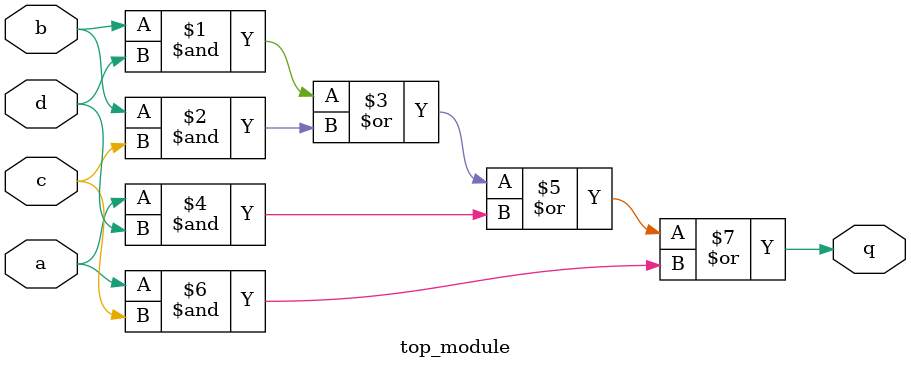
<source format=v>
module top_module (
    input a,
    input b,
    input c,
    input d,
    output q );

    assign q = (b&d)|(b&c)|(a&d)|(a&c); 

endmodule

</source>
